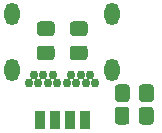
<source format=gbs>
%TF.GenerationSoftware,KiCad,Pcbnew,(5.1.6)-1*%
%TF.CreationDate,2022-01-04T17:41:04+01:00*%
%TF.ProjectId,headphone_plug,68656164-7068-46f6-9e65-5f706c75672e,rev?*%
%TF.SameCoordinates,Original*%
%TF.FileFunction,Soldermask,Bot*%
%TF.FilePolarity,Negative*%
%FSLAX46Y46*%
G04 Gerber Fmt 4.6, Leading zero omitted, Abs format (unit mm)*
G04 Created by KiCad (PCBNEW (5.1.6)-1) date 2022-01-04 17:41:04*
%MOMM*%
%LPD*%
G01*
G04 APERTURE LIST*
%ADD10O,1.300000X1.900000*%
%ADD11C,0.750000*%
%ADD12R,0.862000X1.624000*%
G04 APERTURE END LIST*
D10*
%TO.C,J1*%
X165920000Y-92620000D03*
X157380000Y-92620000D03*
X157380000Y-87890000D03*
X165920000Y-87890000D03*
D11*
X158850000Y-93770000D03*
X160450000Y-93770000D03*
X161250000Y-93770000D03*
X162050000Y-93770000D03*
X162850000Y-93770000D03*
X164450000Y-93770000D03*
X159250000Y-93070000D03*
X160050000Y-93070000D03*
X160850000Y-93070000D03*
X162450000Y-93070000D03*
X163250000Y-93070000D03*
X164050000Y-93070000D03*
X159650000Y-93770000D03*
X163650000Y-93770000D03*
%TD*%
%TO.C,R1*%
G36*
G01*
X169408000Y-96041738D02*
X169408000Y-96998262D01*
G75*
G02*
X169136262Y-97270000I-271738J0D01*
G01*
X168429738Y-97270000D01*
G75*
G02*
X168158000Y-96998262I0J271738D01*
G01*
X168158000Y-96041738D01*
G75*
G02*
X168429738Y-95770000I271738J0D01*
G01*
X169136262Y-95770000D01*
G75*
G02*
X169408000Y-96041738I0J-271738D01*
G01*
G37*
G36*
G01*
X167358000Y-96041738D02*
X167358000Y-96998262D01*
G75*
G02*
X167086262Y-97270000I-271738J0D01*
G01*
X166379738Y-97270000D01*
G75*
G02*
X166108000Y-96998262I0J271738D01*
G01*
X166108000Y-96041738D01*
G75*
G02*
X166379738Y-95770000I271738J0D01*
G01*
X167086262Y-95770000D01*
G75*
G02*
X167358000Y-96041738I0J-271738D01*
G01*
G37*
%TD*%
%TO.C,C1*%
G36*
G01*
X169426000Y-94136738D02*
X169426000Y-95093262D01*
G75*
G02*
X169154262Y-95365000I-271738J0D01*
G01*
X168447738Y-95365000D01*
G75*
G02*
X168176000Y-95093262I0J271738D01*
G01*
X168176000Y-94136738D01*
G75*
G02*
X168447738Y-93865000I271738J0D01*
G01*
X169154262Y-93865000D01*
G75*
G02*
X169426000Y-94136738I0J-271738D01*
G01*
G37*
G36*
G01*
X167376000Y-94136738D02*
X167376000Y-95093262D01*
G75*
G02*
X167104262Y-95365000I-271738J0D01*
G01*
X166397738Y-95365000D01*
G75*
G02*
X166126000Y-95093262I0J271738D01*
G01*
X166126000Y-94136738D01*
G75*
G02*
X166397738Y-93865000I271738J0D01*
G01*
X167104262Y-93865000D01*
G75*
G02*
X167376000Y-94136738I0J-271738D01*
G01*
G37*
%TD*%
%TO.C,R2*%
G36*
G01*
X159795738Y-90579000D02*
X160752262Y-90579000D01*
G75*
G02*
X161024000Y-90850738I0J-271738D01*
G01*
X161024000Y-91557262D01*
G75*
G02*
X160752262Y-91829000I-271738J0D01*
G01*
X159795738Y-91829000D01*
G75*
G02*
X159524000Y-91557262I0J271738D01*
G01*
X159524000Y-90850738D01*
G75*
G02*
X159795738Y-90579000I271738J0D01*
G01*
G37*
G36*
G01*
X159795738Y-88529000D02*
X160752262Y-88529000D01*
G75*
G02*
X161024000Y-88800738I0J-271738D01*
G01*
X161024000Y-89507262D01*
G75*
G02*
X160752262Y-89779000I-271738J0D01*
G01*
X159795738Y-89779000D01*
G75*
G02*
X159524000Y-89507262I0J271738D01*
G01*
X159524000Y-88800738D01*
G75*
G02*
X159795738Y-88529000I271738J0D01*
G01*
G37*
%TD*%
%TO.C,R3*%
G36*
G01*
X162589738Y-88529000D02*
X163546262Y-88529000D01*
G75*
G02*
X163818000Y-88800738I0J-271738D01*
G01*
X163818000Y-89507262D01*
G75*
G02*
X163546262Y-89779000I-271738J0D01*
G01*
X162589738Y-89779000D01*
G75*
G02*
X162318000Y-89507262I0J271738D01*
G01*
X162318000Y-88800738D01*
G75*
G02*
X162589738Y-88529000I271738J0D01*
G01*
G37*
G36*
G01*
X162589738Y-90579000D02*
X163546262Y-90579000D01*
G75*
G02*
X163818000Y-90850738I0J-271738D01*
G01*
X163818000Y-91557262D01*
G75*
G02*
X163546262Y-91829000I-271738J0D01*
G01*
X162589738Y-91829000D01*
G75*
G02*
X162318000Y-91557262I0J271738D01*
G01*
X162318000Y-90850738D01*
G75*
G02*
X162589738Y-90579000I271738J0D01*
G01*
G37*
%TD*%
D12*
%TO.C,J2*%
X163576000Y-96901000D03*
X162306000Y-96901000D03*
X161036000Y-96901000D03*
X159766000Y-96901000D03*
%TD*%
M02*

</source>
